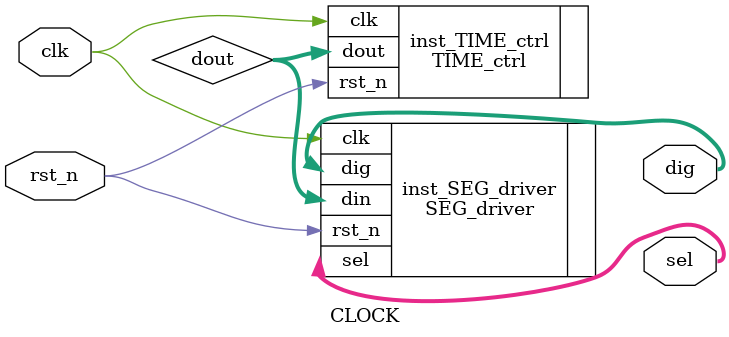
<source format=v>
module CLOCK#(parameter TIME_SCAN = 50_000 )(
    input           clk     ,
    input           rst_n   ,
    output [5:0]    sel     ,
    output [7:0]    dig     
);

    wire  [16:0]    dout    ;

    TIME_ctrl inst_TIME_ctrl(
        .clk    (clk     ) ,
        .rst_n  (rst_n   ) ,
        .dout   (dout    )  
    );

    SEG_driver#(.TIME_SCAN(TIME_SCAN)) inst_SEG_driver(
        .clk    (clk     ) ,
        .rst_n  (rst_n   ) ,
        .din    (dout    ) ,
        .sel    (sel     ) ,
        .dig    (dig     )  
    );


endmodule
</source>
